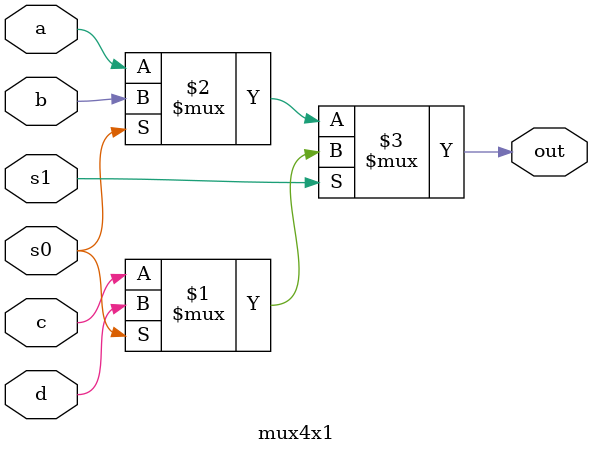
<source format=v>
module mux4x1( input a,                 
                         input b,                 
                         input c,                 
                         input d,               
                         input s0,s1,               
		     	 output out);             
  
   assign out = s1 ? (s0 ? d : c) : (s0 ? b : a);

endmodule

</source>
